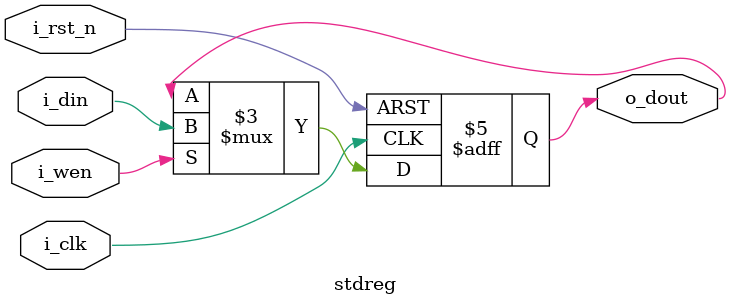
<source format=sv>
module stdreg #(
  WIDTH = 1,
  RESET_VAL = 0
)(
  input                     i_clk   ,
  input                     i_rst_n ,
  input                     i_wen   ,
  input         [WIDTH-1:0] i_din   ,
  output logic  [WIDTH-1:0] o_dout
);

  always @(posedge i_clk or negedge i_rst_n) begin
    if (!i_rst_n) begin
      o_dout <= RESET_VAL;
    end else if(i_wen) begin
      o_dout <= i_din;
    end
  end

endmodule

</source>
